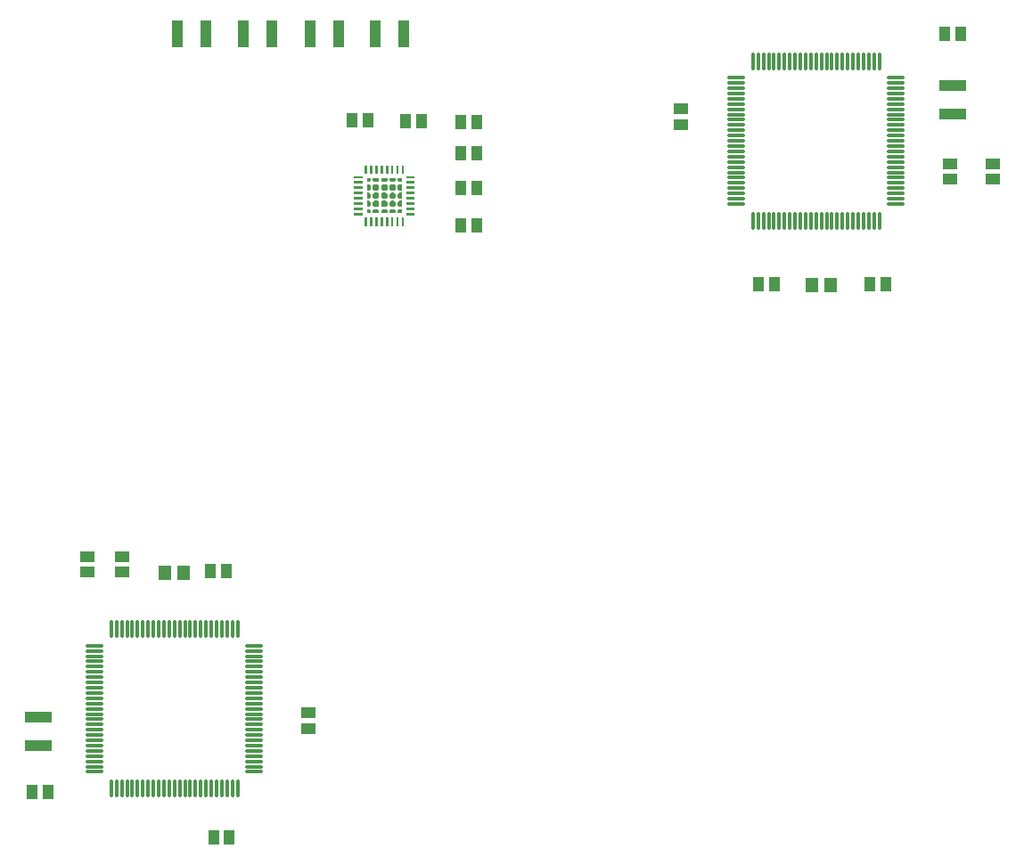
<source format=gtp>
G04 Layer_Color=8421504*
%FSLAX25Y25*%
%MOIN*%
G70*
G01*
G75*
%ADD10O,0.01181X0.06890*%
%ADD11O,0.06890X0.01181*%
%ADD12R,0.05512X0.04331*%
%ADD13R,0.04331X0.05512*%
%ADD14R,0.10236X0.04331*%
%ADD15R,0.04331X0.10236*%
%ADD16R,0.04724X0.05512*%
%ADD48R,0.00100X0.00100*%
G36*
X249056Y391000D02*
Y389801D01*
X248499Y389244D01*
X247301D01*
X246744Y389801D01*
Y391000D01*
X247301Y391556D01*
X248499D01*
X249056Y391000D01*
D02*
G37*
G36*
X252156D02*
Y389801D01*
X251600Y389244D01*
X250400D01*
X249844Y389801D01*
Y391000D01*
X250400Y391556D01*
X251600D01*
X252156Y391000D01*
D02*
G37*
G36*
X255256D02*
Y389801D01*
X254699Y389244D01*
X253501D01*
X252944Y389801D01*
Y391000D01*
X253501Y391556D01*
X254699D01*
X255256Y391000D01*
D02*
G37*
G36*
X245956D02*
Y389801D01*
X245399Y389244D01*
X244504D01*
Y391556D01*
X245399D01*
X245956Y391000D01*
D02*
G37*
G36*
X257496Y387004D02*
X256044D01*
Y387899D01*
X256600Y388456D01*
X257496D01*
Y387004D01*
D02*
G37*
G36*
X242831Y388124D02*
X239681D01*
Y389031D01*
X242831D01*
Y388124D01*
D02*
G37*
G36*
X262319D02*
X259169D01*
Y389031D01*
X262319D01*
Y388124D01*
D02*
G37*
G36*
Y392062D02*
X259169D01*
Y392969D01*
X262319D01*
Y392062D01*
D02*
G37*
G36*
X245956Y394099D02*
Y392900D01*
X245399Y392344D01*
X244504D01*
Y394656D01*
X245399D01*
X245956Y394099D01*
D02*
G37*
G36*
X249056D02*
Y392900D01*
X248499Y392344D01*
X247301D01*
X246744Y392900D01*
Y394099D01*
X247301Y394656D01*
X248499D01*
X249056Y394099D01*
D02*
G37*
G36*
X242831Y392062D02*
X239681D01*
Y392969D01*
X242831D01*
Y392062D01*
D02*
G37*
G36*
X257496Y389244D02*
X256600D01*
X256044Y389801D01*
Y391000D01*
X256600Y391556D01*
X257496D01*
Y389244D01*
D02*
G37*
G36*
X242831Y390093D02*
X239681D01*
Y391000D01*
X242831D01*
Y390093D01*
D02*
G37*
G36*
X262319D02*
X259169D01*
Y391000D01*
X262319D01*
Y390093D01*
D02*
G37*
G36*
X252437Y382181D02*
X251531D01*
Y385331D01*
X252437D01*
Y382181D01*
D02*
G37*
G36*
X254406D02*
X253500D01*
Y385331D01*
X254406D01*
Y382181D01*
D02*
G37*
G36*
X256374D02*
X255468D01*
Y385331D01*
X256374D01*
Y382181D01*
D02*
G37*
G36*
X250469D02*
X249563D01*
Y385331D01*
X250469D01*
Y382181D01*
D02*
G37*
G36*
X244563D02*
X243657D01*
Y385331D01*
X244563D01*
Y382181D01*
D02*
G37*
G36*
X246532D02*
X245626D01*
Y385331D01*
X246532D01*
Y382181D01*
D02*
G37*
G36*
X248500D02*
X247594D01*
Y385331D01*
X248500D01*
Y382181D01*
D02*
G37*
G36*
X249056Y387899D02*
Y387004D01*
X246744D01*
Y387899D01*
X247301Y388456D01*
X248499D01*
X249056Y387899D01*
D02*
G37*
G36*
X252156D02*
Y387004D01*
X249844D01*
Y387899D01*
X250400Y388456D01*
X251600D01*
X252156Y387899D01*
D02*
G37*
G36*
X255256D02*
Y387004D01*
X252944D01*
Y387899D01*
X253501Y388456D01*
X254699D01*
X255256Y387899D01*
D02*
G37*
G36*
X245956D02*
Y387004D01*
X244504D01*
Y388456D01*
X245399D01*
X245956Y387899D01*
D02*
G37*
G36*
X258343Y382181D02*
X257437D01*
Y385331D01*
X258343D01*
Y382181D01*
D02*
G37*
G36*
X242831Y386155D02*
X239681D01*
Y387062D01*
X242831D01*
Y386155D01*
D02*
G37*
G36*
X262319D02*
X259169D01*
Y387062D01*
X262319D01*
Y386155D01*
D02*
G37*
G36*
X252156Y394099D02*
Y392900D01*
X251600Y392344D01*
X250400D01*
X249844Y392900D01*
Y394099D01*
X250400Y394656D01*
X251600D01*
X252156Y394099D01*
D02*
G37*
G36*
X242831Y399938D02*
X239681D01*
Y400845D01*
X242831D01*
Y399938D01*
D02*
G37*
G36*
X262319D02*
X259169D01*
Y400845D01*
X262319D01*
Y399938D01*
D02*
G37*
G36*
X244563Y401669D02*
X243657D01*
Y404819D01*
X244563D01*
Y401669D01*
D02*
G37*
G36*
X257496Y398544D02*
X256600D01*
X256044Y399100D01*
Y399996D01*
X257496D01*
Y398544D01*
D02*
G37*
G36*
X249056Y399100D02*
X248499Y398544D01*
X247301D01*
X246744Y399100D01*
Y399996D01*
X249056D01*
Y399100D01*
D02*
G37*
G36*
X252156D02*
X251600Y398544D01*
X250400D01*
X249844Y399100D01*
Y399996D01*
X252156D01*
Y399100D01*
D02*
G37*
G36*
X255256D02*
X254699Y398544D01*
X253501D01*
X252944Y399100D01*
Y399996D01*
X255256D01*
Y399100D01*
D02*
G37*
G36*
X254406Y401669D02*
X253500D01*
Y404819D01*
X254406D01*
Y401669D01*
D02*
G37*
G36*
X256374D02*
X255468D01*
Y404819D01*
X256374D01*
Y401669D01*
D02*
G37*
G36*
X258343D02*
X257437D01*
Y404819D01*
X258343D01*
Y401669D01*
D02*
G37*
G36*
X252437D02*
X251531D01*
Y404819D01*
X252437D01*
Y401669D01*
D02*
G37*
G36*
X246532D02*
X245626D01*
Y404819D01*
X246532D01*
Y401669D01*
D02*
G37*
G36*
X248500D02*
X247594D01*
Y404819D01*
X248500D01*
Y401669D01*
D02*
G37*
G36*
X250469D02*
X249563D01*
Y404819D01*
X250469D01*
Y401669D01*
D02*
G37*
G36*
X245956Y397200D02*
Y396001D01*
X245399Y395444D01*
X244504D01*
Y397756D01*
X245399D01*
X245956Y397200D01*
D02*
G37*
G36*
X249056D02*
Y396001D01*
X248499Y395444D01*
X247301D01*
X246744Y396001D01*
Y397200D01*
X247301Y397756D01*
X248499D01*
X249056Y397200D01*
D02*
G37*
G36*
X252156D02*
Y396001D01*
X251600Y395444D01*
X250400D01*
X249844Y396001D01*
Y397200D01*
X250400Y397756D01*
X251600D01*
X252156Y397200D01*
D02*
G37*
G36*
X262319Y394031D02*
X259169D01*
Y394938D01*
X262319D01*
Y394031D01*
D02*
G37*
G36*
X255256Y394099D02*
Y392900D01*
X254699Y392344D01*
X253501D01*
X252944Y392900D01*
Y394099D01*
X253501Y394656D01*
X254699D01*
X255256Y394099D01*
D02*
G37*
G36*
X257496Y392344D02*
X256600D01*
X256044Y392900D01*
Y394099D01*
X256600Y394656D01*
X257496D01*
Y392344D01*
D02*
G37*
G36*
X242831Y394031D02*
X239681D01*
Y394938D01*
X242831D01*
Y394031D01*
D02*
G37*
G36*
Y397969D02*
X239681D01*
Y398876D01*
X242831D01*
Y397969D01*
D02*
G37*
G36*
X262319D02*
X259169D01*
Y398876D01*
X262319D01*
Y397969D01*
D02*
G37*
G36*
X245956Y399100D02*
X245399Y398544D01*
X244504D01*
Y399996D01*
X245956D01*
Y399100D01*
D02*
G37*
G36*
X262319Y396000D02*
X259169D01*
Y396907D01*
X262319D01*
Y396000D01*
D02*
G37*
G36*
X255256Y397200D02*
Y396001D01*
X254699Y395444D01*
X253501D01*
X252944Y396001D01*
Y397200D01*
X253501Y397756D01*
X254699D01*
X255256Y397200D01*
D02*
G37*
G36*
X257496Y395444D02*
X256600D01*
X256044Y396001D01*
Y397200D01*
X256600Y397756D01*
X257496D01*
Y395444D01*
D02*
G37*
G36*
X242831Y396000D02*
X239681D01*
Y396907D01*
X242831D01*
Y396000D01*
D02*
G37*
D10*
X388878Y384177D02*
D03*
X390846D02*
D03*
X392815D02*
D03*
X394783D02*
D03*
X396752D02*
D03*
X398721D02*
D03*
X400689D02*
D03*
X402658D02*
D03*
X404626D02*
D03*
X406595D02*
D03*
X408563D02*
D03*
X410532D02*
D03*
X412500D02*
D03*
X414468D02*
D03*
X416437D02*
D03*
X418405D02*
D03*
X420374D02*
D03*
X422342D02*
D03*
X424311D02*
D03*
X426279D02*
D03*
X428248D02*
D03*
X430217D02*
D03*
X432185D02*
D03*
X434154D02*
D03*
X436122D02*
D03*
Y443823D02*
D03*
X434154D02*
D03*
X432185D02*
D03*
X430217D02*
D03*
X428248D02*
D03*
X426279D02*
D03*
X424311D02*
D03*
X422342D02*
D03*
X420374D02*
D03*
X418405D02*
D03*
X416437D02*
D03*
X414468D02*
D03*
X412500D02*
D03*
X410532D02*
D03*
X408563D02*
D03*
X406595D02*
D03*
X404626D02*
D03*
X402658D02*
D03*
X400689D02*
D03*
X398721D02*
D03*
X396752D02*
D03*
X394783D02*
D03*
X392815D02*
D03*
X390846D02*
D03*
X388878D02*
D03*
X196122Y171677D02*
D03*
X194153D02*
D03*
X192185D02*
D03*
X190217D02*
D03*
X188248D02*
D03*
X186279D02*
D03*
X184311D02*
D03*
X182343D02*
D03*
X180374D02*
D03*
X178405D02*
D03*
X176437D02*
D03*
X174469D02*
D03*
X172500D02*
D03*
X170531D02*
D03*
X168563D02*
D03*
X166595D02*
D03*
X164626D02*
D03*
X162657D02*
D03*
X160689D02*
D03*
X158721D02*
D03*
X156752D02*
D03*
X154783D02*
D03*
X152815D02*
D03*
X150847D02*
D03*
X148878D02*
D03*
Y231323D02*
D03*
X150847D02*
D03*
X152815D02*
D03*
X154783D02*
D03*
X156752D02*
D03*
X158721D02*
D03*
X160689D02*
D03*
X162657D02*
D03*
X164626D02*
D03*
X166595D02*
D03*
X168563D02*
D03*
X170531D02*
D03*
X172500D02*
D03*
X174469D02*
D03*
X176437D02*
D03*
X178405D02*
D03*
X180374D02*
D03*
X182343D02*
D03*
X184311D02*
D03*
X186279D02*
D03*
X188248D02*
D03*
X190217D02*
D03*
X192185D02*
D03*
X194153D02*
D03*
X196122D02*
D03*
D11*
X442323Y390378D02*
D03*
Y392347D02*
D03*
Y394315D02*
D03*
Y396284D02*
D03*
Y398252D02*
D03*
Y400220D02*
D03*
Y402189D02*
D03*
Y404157D02*
D03*
Y406126D02*
D03*
Y408095D02*
D03*
Y410063D02*
D03*
Y412032D02*
D03*
Y414000D02*
D03*
Y415969D02*
D03*
Y417937D02*
D03*
Y419906D02*
D03*
Y421874D02*
D03*
Y423842D02*
D03*
Y425811D02*
D03*
Y427779D02*
D03*
Y429748D02*
D03*
Y431716D02*
D03*
Y433685D02*
D03*
Y435653D02*
D03*
Y437622D02*
D03*
X382677D02*
D03*
Y435653D02*
D03*
Y433685D02*
D03*
Y431716D02*
D03*
Y429748D02*
D03*
Y427779D02*
D03*
Y425811D02*
D03*
Y423842D02*
D03*
Y421874D02*
D03*
Y419906D02*
D03*
Y417937D02*
D03*
Y415969D02*
D03*
Y414000D02*
D03*
Y412032D02*
D03*
Y410063D02*
D03*
Y408095D02*
D03*
Y406126D02*
D03*
Y404157D02*
D03*
Y402189D02*
D03*
Y400220D02*
D03*
Y398252D02*
D03*
Y396284D02*
D03*
Y394315D02*
D03*
Y392347D02*
D03*
Y390378D02*
D03*
X202323Y225122D02*
D03*
Y223153D02*
D03*
Y221185D02*
D03*
Y219216D02*
D03*
Y217248D02*
D03*
Y215280D02*
D03*
Y213311D02*
D03*
Y211343D02*
D03*
Y209374D02*
D03*
Y207405D02*
D03*
Y205437D02*
D03*
Y203468D02*
D03*
Y201500D02*
D03*
Y199531D02*
D03*
Y197563D02*
D03*
Y195595D02*
D03*
Y193626D02*
D03*
Y191657D02*
D03*
Y189689D02*
D03*
Y187721D02*
D03*
Y185752D02*
D03*
Y183783D02*
D03*
Y181815D02*
D03*
Y179847D02*
D03*
Y177878D02*
D03*
X142677D02*
D03*
Y179847D02*
D03*
Y181815D02*
D03*
Y183783D02*
D03*
Y185752D02*
D03*
Y187721D02*
D03*
Y189689D02*
D03*
Y191657D02*
D03*
Y193626D02*
D03*
Y195595D02*
D03*
Y197563D02*
D03*
Y199531D02*
D03*
Y201500D02*
D03*
Y203468D02*
D03*
Y205437D02*
D03*
Y207405D02*
D03*
Y209374D02*
D03*
Y211343D02*
D03*
Y213311D02*
D03*
Y215280D02*
D03*
Y217248D02*
D03*
Y219216D02*
D03*
Y221185D02*
D03*
Y223153D02*
D03*
Y225122D02*
D03*
D12*
X362000Y425953D02*
D03*
Y420047D02*
D03*
X478500Y405453D02*
D03*
Y399547D02*
D03*
X462500Y399547D02*
D03*
Y405453D02*
D03*
X153000Y252547D02*
D03*
Y258453D02*
D03*
X140000D02*
D03*
Y252547D02*
D03*
X222500Y199953D02*
D03*
Y194047D02*
D03*
D13*
X466453Y454000D02*
D03*
X460547D02*
D03*
X279547Y382500D02*
D03*
X285453D02*
D03*
X279547Y396500D02*
D03*
X285453D02*
D03*
X239047Y421811D02*
D03*
X244953D02*
D03*
X264953Y421500D02*
D03*
X259047D02*
D03*
X279547Y421000D02*
D03*
X285453D02*
D03*
X279547Y409200D02*
D03*
X285453D02*
D03*
X396953Y360500D02*
D03*
X391047D02*
D03*
X432547Y360500D02*
D03*
X438453D02*
D03*
X193000Y153500D02*
D03*
X187094D02*
D03*
X125205Y170500D02*
D03*
X119299D02*
D03*
X186000Y253000D02*
D03*
X191905D02*
D03*
D14*
X463500Y424185D02*
D03*
Y434815D02*
D03*
X121500Y187685D02*
D03*
Y198315D02*
D03*
D15*
X258315Y454000D02*
D03*
X247685D02*
D03*
X208815D02*
D03*
X198185D02*
D03*
X184315D02*
D03*
X173685D02*
D03*
X223185Y454000D02*
D03*
X233815D02*
D03*
D16*
X418012Y360000D02*
D03*
X410925D02*
D03*
X168957Y252500D02*
D03*
X176043D02*
D03*
D48*
X251000Y393500D02*
D03*
M02*

</source>
